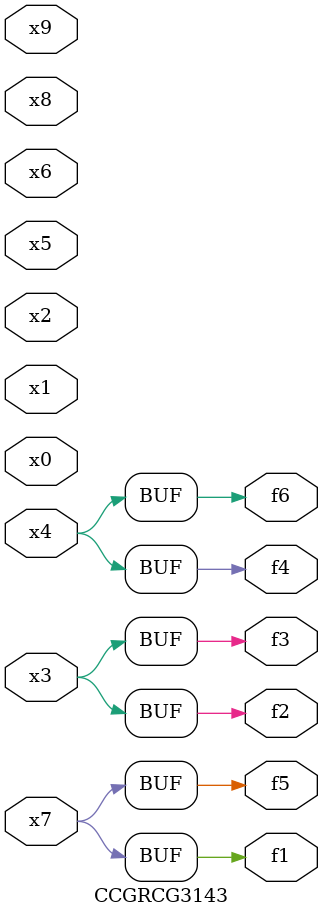
<source format=v>
module CCGRCG3143(
	input x0, x1, x2, x3, x4, x5, x6, x7, x8, x9,
	output f1, f2, f3, f4, f5, f6
);
	assign f1 = x7;
	assign f2 = x3;
	assign f3 = x3;
	assign f4 = x4;
	assign f5 = x7;
	assign f6 = x4;
endmodule

</source>
